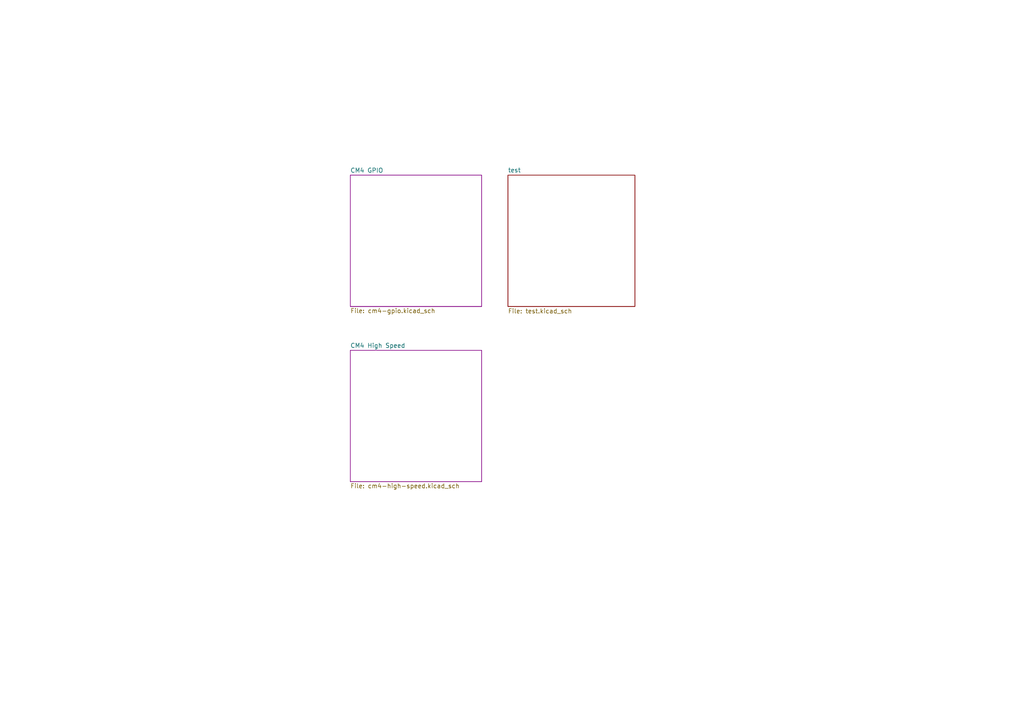
<source format=kicad_sch>
(kicad_sch
	(version 20231120)
	(generator "eeschema")
	(generator_version "8.0")
	(uuid "924c40b2-b3c3-4128-82e8-60e070af015f")
	(paper "A4")
	(title_block
		(title "Raspberry Pi Compute Module 4 AeroGuard")
		(date "2025-02-10")
		(rev "v01")
		(comment 4 "Author: Narain Vazquez")
	)
	(lib_symbols)
	(sheet
		(at 147.32 50.8)
		(size 36.83 38.1)
		(fields_autoplaced yes)
		(stroke
			(width 0.1524)
			(type solid)
		)
		(fill
			(color 0 0 0 0.0000)
		)
		(uuid "36d6dbbc-740a-489d-9b67-b39f925e5313")
		(property "Sheetname" "test"
			(at 147.32 50.0884 0)
			(effects
				(font
					(size 1.27 1.27)
				)
				(justify left bottom)
			)
		)
		(property "Sheetfile" "test.kicad_sch"
			(at 147.32 89.4846 0)
			(effects
				(font
					(size 1.27 1.27)
				)
				(justify left top)
			)
		)
		(property "Field2" ""
			(at 147.32 50.8 0)
			(effects
				(font
					(size 1.27 1.27)
				)
				(hide yes)
			)
		)
		(instances
			(project "rpi-cm4-carrier-template"
				(path "/924c40b2-b3c3-4128-82e8-60e070af015f"
					(page "4")
				)
			)
		)
	)
	(sheet
		(at 101.6 101.6)
		(size 38.1 38.1)
		(stroke
			(width 0)
			(type solid)
			(color 132 0 132 1)
		)
		(fill
			(color 255 255 255 0.0000)
		)
		(uuid "caa71f4c-454d-4ac9-b287-456eafb34991")
		(property "Sheetname" "CM4 High Speed"
			(at 101.6 100.9645 0)
			(effects
				(font
					(size 1.27 1.27)
				)
				(justify left bottom)
			)
		)
		(property "Sheetfile" "cm4-high-speed.kicad_sch"
			(at 101.6 140.2085 0)
			(effects
				(font
					(size 1.27 1.27)
				)
				(justify left top)
			)
		)
		(instances
			(project "rpi-cm4-carrier-template"
				(path "/924c40b2-b3c3-4128-82e8-60e070af015f"
					(page "3")
				)
			)
		)
	)
	(sheet
		(at 101.6 50.8)
		(size 38.1 38.1)
		(stroke
			(width 0)
			(type solid)
			(color 132 0 132 1)
		)
		(fill
			(color 255 255 255 0.0000)
		)
		(uuid "fc4c71a5-1008-4ac4-98db-57c838c57d91")
		(property "Sheetname" "CM4 GPIO"
			(at 101.6 50.1645 0)
			(effects
				(font
					(size 1.27 1.27)
				)
				(justify left bottom)
			)
		)
		(property "Sheetfile" "cm4-gpio.kicad_sch"
			(at 101.6 89.4085 0)
			(effects
				(font
					(size 1.27 1.27)
				)
				(justify left top)
			)
		)
		(instances
			(project "rpi-cm4-carrier-template"
				(path "/924c40b2-b3c3-4128-82e8-60e070af015f"
					(page "3")
				)
			)
		)
	)
	(sheet_instances
		(path "/"
			(page "1")
		)
	)
)

</source>
